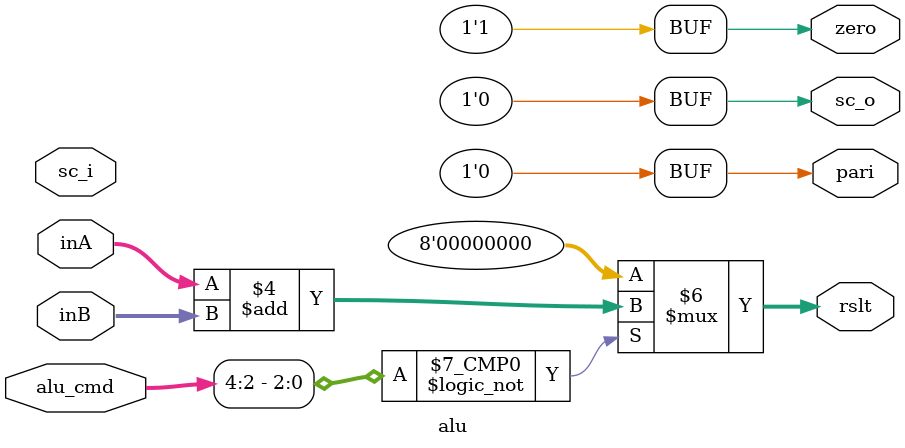
<source format=sv>
module alu(
  input[4:0] alu_cmd,    // ALU instructions
  input[7:0] inA, inB,	 // 8-bit wide data path
  input      sc_i,       // shift_carry in
  output logic[7:0] rslt,
  output logic sc_o,     // shift_carry out
               pari,     // reduction XOR (output)
			   zero      // NOR (output)
);

always_comb begin
  rslt = 'b0;
  sc_o = 'b0;
  zero = !rslt;
  pari = ^rslt;
$write(" alu_cmd = %b", alu_cmd[4:2]);
case(alu_cmd)
	'b00000:	 
	$write(" the integer to add is   %b or %d", inB, inB);
endcase
  case(alu_cmd[4:2])
	'b000:
		rslt = inA + inB;

  endcase
$write (" result = %d", rslt);
$write(" inA = %b", inA);
$write(" inB = %b\n", inB);

 

end

  
endmodule
/*case(alu_cmd)
    3'b000: // add 2 8-bit
      {sc_o,rslt} = inA + inB + sc_i;
    3'b001: // beq (branch if equal)
      rslt = (inA == inB) ? 8'b0000_0001 : 8'b0000_0000;
    3'b010: // sb (store byte) - pass through A for simplicity
      rslt = inA;	//TODO
    3'b011: // lbu (load byte unsigned) - pass through A ensuring it's treated as unsigned
      rslt = inA;   //TODO
    3'b100: // bitwise XOR
      rslt = inA ^ inB;
    3'b101: // bitwise OR
      rslt = inA | inB;
    3'b110: // bitwise AND
      rslt = inA & inB;
    3'b111: // srl (shift right logical)
      {rslt,sc_o} = {sc_i,inA};
    default:
      rslt = 8'b0000_0000;
  endcase*/
</source>
